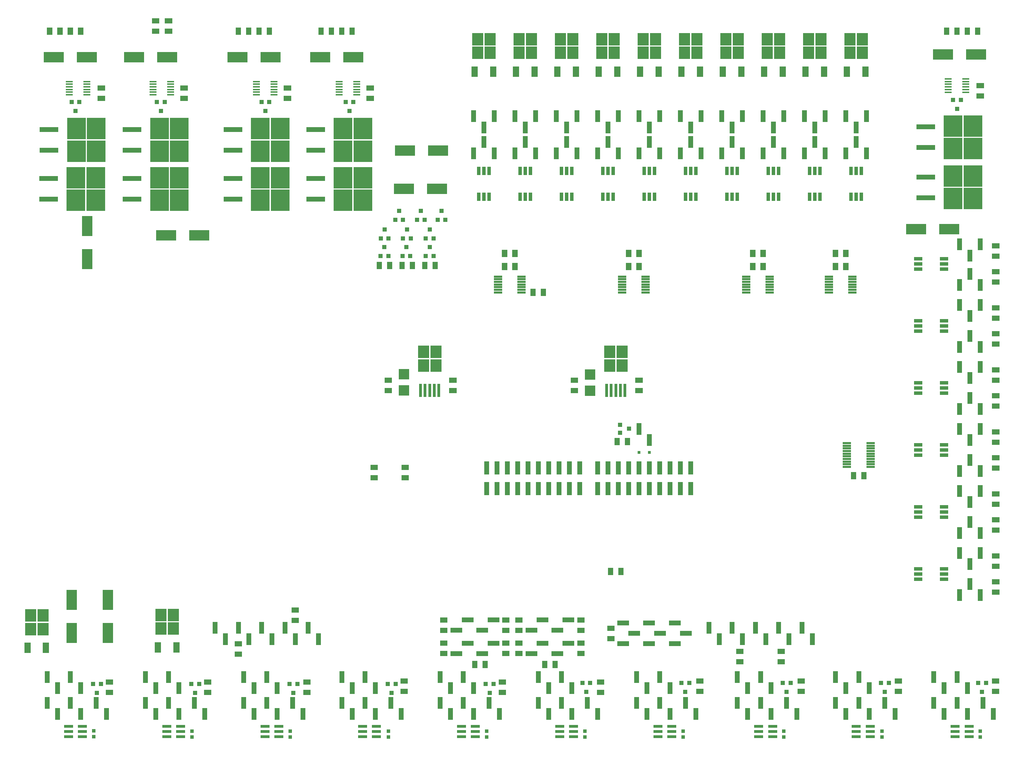
<source format=gtp>
G04 #@! TF.GenerationSoftware,KiCad,Pcbnew,(5.1.6)-1*
G04 #@! TF.CreationDate,2023-01-22T17:07:03+01:00*
G04 #@! TF.ProjectId,central-control-unit,63656e74-7261-46c2-9d63-6f6e74726f6c,rev?*
G04 #@! TF.SameCoordinates,Original*
G04 #@! TF.FileFunction,Paste,Top*
G04 #@! TF.FilePolarity,Positive*
%FSLAX46Y46*%
G04 Gerber Fmt 4.6, Leading zero omitted, Abs format (unit mm)*
G04 Created by KiCad (PCBNEW (5.1.6)-1) date 2023-01-22 17:07:03*
%MOMM*%
%LPD*%
G01*
G04 APERTURE LIST*
%ADD10R,1.000000X1.000000*%
%ADD11C,0.100000*%
%ADD12R,2.500000X5.000000*%
%ADD13R,3.000000X1.250000*%
%ADD14R,1.250000X3.000000*%
%ADD15R,1.500000X2.500000*%
%ADD16R,2.750000X3.050000*%
%ADD17R,1.300000X3.300000*%
%ADD18R,1.300000X3.250000*%
%ADD19R,2.000000X0.500000*%
%ADD20R,0.750000X3.200000*%
%ADD21R,5.000000X2.500000*%
%ADD22R,1.700000X0.450000*%
%ADD23R,0.900000X0.900000*%
%ADD24R,2.000000X0.900000*%
%ADD25R,0.900000X2.000000*%
%ADD26R,4.550000X5.250000*%
%ADD27R,4.600000X1.250000*%
%ADD28R,2.200000X0.800000*%
%ADD29R,0.800000X0.800000*%
%ADD30R,2.500000X2.500000*%
G04 APERTURE END LIST*
D10*
X121033500Y-81620000D03*
X121983500Y-83820000D03*
X120083500Y-83820000D03*
X115953500Y-81620000D03*
X116903500Y-83820000D03*
X115003500Y-83820000D03*
X110619500Y-81620000D03*
X111569500Y-83820000D03*
X109669500Y-83820000D03*
D11*
G36*
X112723500Y-197754000D02*
G01*
X110923500Y-197754000D01*
X110923500Y-196454000D01*
X112723500Y-196454000D01*
X112723500Y-197754000D01*
G37*
G36*
X112723500Y-200294000D02*
G01*
X110923500Y-200294000D01*
X110923500Y-198994000D01*
X112723500Y-198994000D01*
X112723500Y-200294000D01*
G37*
G36*
X40333500Y-198008000D02*
G01*
X38533500Y-198008000D01*
X38533500Y-196708000D01*
X40333500Y-196708000D01*
X40333500Y-198008000D01*
G37*
G36*
X40333500Y-200548000D02*
G01*
X38533500Y-200548000D01*
X38533500Y-199248000D01*
X40333500Y-199248000D01*
X40333500Y-200548000D01*
G37*
G36*
X64463500Y-198008000D02*
G01*
X62663500Y-198008000D01*
X62663500Y-196708000D01*
X64463500Y-196708000D01*
X64463500Y-198008000D01*
G37*
G36*
X64463500Y-200548000D02*
G01*
X62663500Y-200548000D01*
X62663500Y-199248000D01*
X64463500Y-199248000D01*
X64463500Y-200548000D01*
G37*
G36*
X88847500Y-198008000D02*
G01*
X87047500Y-198008000D01*
X87047500Y-196708000D01*
X88847500Y-196708000D01*
X88847500Y-198008000D01*
G37*
G36*
X88847500Y-200548000D02*
G01*
X87047500Y-200548000D01*
X87047500Y-199248000D01*
X88847500Y-199248000D01*
X88847500Y-200548000D01*
G37*
G36*
X136853500Y-198008000D02*
G01*
X135053500Y-198008000D01*
X135053500Y-196708000D01*
X136853500Y-196708000D01*
X136853500Y-198008000D01*
G37*
G36*
X136853500Y-200548000D02*
G01*
X135053500Y-200548000D01*
X135053500Y-199248000D01*
X136853500Y-199248000D01*
X136853500Y-200548000D01*
G37*
G36*
X160983500Y-198008000D02*
G01*
X159183500Y-198008000D01*
X159183500Y-196708000D01*
X160983500Y-196708000D01*
X160983500Y-198008000D01*
G37*
G36*
X160983500Y-200548000D02*
G01*
X159183500Y-200548000D01*
X159183500Y-199248000D01*
X160983500Y-199248000D01*
X160983500Y-200548000D01*
G37*
G36*
X185367500Y-197754000D02*
G01*
X183567500Y-197754000D01*
X183567500Y-196454000D01*
X185367500Y-196454000D01*
X185367500Y-197754000D01*
G37*
G36*
X185367500Y-200294000D02*
G01*
X183567500Y-200294000D01*
X183567500Y-198994000D01*
X185367500Y-198994000D01*
X185367500Y-200294000D01*
G37*
G36*
X210259500Y-197754000D02*
G01*
X208459500Y-197754000D01*
X208459500Y-196454000D01*
X210259500Y-196454000D01*
X210259500Y-197754000D01*
G37*
G36*
X210259500Y-200294000D02*
G01*
X208459500Y-200294000D01*
X208459500Y-198994000D01*
X210259500Y-198994000D01*
X210259500Y-200294000D01*
G37*
G36*
X234135500Y-197754000D02*
G01*
X232335500Y-197754000D01*
X232335500Y-196454000D01*
X234135500Y-196454000D01*
X234135500Y-197754000D01*
G37*
G36*
X234135500Y-200294000D02*
G01*
X232335500Y-200294000D01*
X232335500Y-198994000D01*
X234135500Y-198994000D01*
X234135500Y-200294000D01*
G37*
G36*
X258011500Y-197754000D02*
G01*
X256211500Y-197754000D01*
X256211500Y-196454000D01*
X258011500Y-196454000D01*
X258011500Y-197754000D01*
G37*
G36*
X258011500Y-200294000D02*
G01*
X256211500Y-200294000D01*
X256211500Y-198994000D01*
X258011500Y-198994000D01*
X258011500Y-200294000D01*
G37*
D10*
X108775500Y-200082000D03*
X107825500Y-197882000D03*
X109725500Y-197882000D03*
X36385500Y-200082000D03*
X35435500Y-197882000D03*
X37335500Y-197882000D03*
X84645500Y-200082000D03*
X83695500Y-197882000D03*
X85595500Y-197882000D03*
X60515500Y-200082000D03*
X59565500Y-197882000D03*
X61465500Y-197882000D03*
X167125500Y-135128000D03*
X164925500Y-136078000D03*
X164925500Y-134178000D03*
X132839500Y-200066000D03*
X131889500Y-197866000D03*
X133789500Y-197866000D03*
X156593500Y-199812000D03*
X155643500Y-197612000D03*
X157543500Y-197612000D03*
X180911500Y-199828000D03*
X179961500Y-197628000D03*
X181861500Y-197628000D03*
X205803500Y-199828000D03*
X204853500Y-197628000D03*
X206753500Y-197628000D03*
X229933500Y-199828000D03*
X228983500Y-197628000D03*
X230883500Y-197628000D03*
X253809500Y-199828000D03*
X252859500Y-197628000D03*
X254759500Y-197628000D03*
D12*
X30162500Y-185293000D03*
X30162500Y-177165000D03*
X39052500Y-185293000D03*
X39052500Y-177165000D03*
D11*
G36*
X71770000Y-36565000D02*
G01*
X71770000Y-38365000D01*
X70470000Y-38365000D01*
X70470000Y-36565000D01*
X71770000Y-36565000D01*
G37*
G36*
X74310000Y-36565000D02*
G01*
X74310000Y-38365000D01*
X73010000Y-38365000D01*
X73010000Y-36565000D01*
X74310000Y-36565000D01*
G37*
G36*
X31735000Y-38365000D02*
G01*
X31735000Y-36565000D01*
X33035000Y-36565000D01*
X33035000Y-38365000D01*
X31735000Y-38365000D01*
G37*
G36*
X29195000Y-38365000D02*
G01*
X29195000Y-36565000D01*
X30495000Y-36565000D01*
X30495000Y-38365000D01*
X29195000Y-38365000D01*
G37*
G36*
X51700000Y-35575000D02*
G01*
X49900000Y-35575000D01*
X49900000Y-34275000D01*
X51700000Y-34275000D01*
X51700000Y-35575000D01*
G37*
G36*
X51700000Y-38115000D02*
G01*
X49900000Y-38115000D01*
X49900000Y-36815000D01*
X51700000Y-36815000D01*
X51700000Y-38115000D01*
G37*
G36*
X245760000Y-36565000D02*
G01*
X245760000Y-38365000D01*
X244460000Y-38365000D01*
X244460000Y-36565000D01*
X245760000Y-36565000D01*
G37*
G36*
X248300000Y-36565000D02*
G01*
X248300000Y-38365000D01*
X247000000Y-38365000D01*
X247000000Y-36565000D01*
X248300000Y-36565000D01*
G37*
G36*
X152770000Y-125080000D02*
G01*
X154570000Y-125080000D01*
X154570000Y-126380000D01*
X152770000Y-126380000D01*
X152770000Y-125080000D01*
G37*
G36*
X152770000Y-122540000D02*
G01*
X154570000Y-122540000D01*
X154570000Y-123840000D01*
X152770000Y-123840000D01*
X152770000Y-122540000D01*
G37*
G36*
X107050000Y-125080000D02*
G01*
X108850000Y-125080000D01*
X108850000Y-126380000D01*
X107050000Y-126380000D01*
X107050000Y-125080000D01*
G37*
G36*
X107050000Y-122540000D02*
G01*
X108850000Y-122540000D01*
X108850000Y-123840000D01*
X107050000Y-123840000D01*
X107050000Y-122540000D01*
G37*
G36*
X170445000Y-123840000D02*
G01*
X168645000Y-123840000D01*
X168645000Y-122540000D01*
X170445000Y-122540000D01*
X170445000Y-123840000D01*
G37*
G36*
X170445000Y-126380000D02*
G01*
X168645000Y-126380000D01*
X168645000Y-125080000D01*
X170445000Y-125080000D01*
X170445000Y-126380000D01*
G37*
G36*
X124725000Y-123840000D02*
G01*
X122925000Y-123840000D01*
X122925000Y-122540000D01*
X124725000Y-122540000D01*
X124725000Y-123840000D01*
G37*
G36*
X124725000Y-126380000D02*
G01*
X122925000Y-126380000D01*
X122925000Y-125080000D01*
X124725000Y-125080000D01*
X124725000Y-126380000D01*
G37*
G36*
X92090000Y-36565000D02*
G01*
X92090000Y-38365000D01*
X90790000Y-38365000D01*
X90790000Y-36565000D01*
X92090000Y-36565000D01*
G37*
G36*
X94630000Y-36565000D02*
G01*
X94630000Y-38365000D01*
X93330000Y-38365000D01*
X93330000Y-36565000D01*
X94630000Y-36565000D01*
G37*
G36*
X138415000Y-96150000D02*
G01*
X138415000Y-94350000D01*
X139715000Y-94350000D01*
X139715000Y-96150000D01*
X138415000Y-96150000D01*
G37*
G36*
X135875000Y-96150000D02*
G01*
X135875000Y-94350000D01*
X137175000Y-94350000D01*
X137175000Y-96150000D01*
X135875000Y-96150000D01*
G37*
G36*
X199375000Y-96150000D02*
G01*
X199375000Y-94350000D01*
X200675000Y-94350000D01*
X200675000Y-96150000D01*
X199375000Y-96150000D01*
G37*
G36*
X196835000Y-96150000D02*
G01*
X196835000Y-94350000D01*
X198135000Y-94350000D01*
X198135000Y-96150000D01*
X196835000Y-96150000D01*
G37*
G36*
X219695000Y-96150000D02*
G01*
X219695000Y-94350000D01*
X220995000Y-94350000D01*
X220995000Y-96150000D01*
X219695000Y-96150000D01*
G37*
G36*
X217155000Y-96150000D02*
G01*
X217155000Y-94350000D01*
X218455000Y-94350000D01*
X218455000Y-96150000D01*
X217155000Y-96150000D01*
G37*
G36*
X137175000Y-91175000D02*
G01*
X137175000Y-92975000D01*
X135875000Y-92975000D01*
X135875000Y-91175000D01*
X137175000Y-91175000D01*
G37*
G36*
X139715000Y-91175000D02*
G01*
X139715000Y-92975000D01*
X138415000Y-92975000D01*
X138415000Y-91175000D01*
X139715000Y-91175000D01*
G37*
G36*
X198135000Y-91175000D02*
G01*
X198135000Y-92975000D01*
X196835000Y-92975000D01*
X196835000Y-91175000D01*
X198135000Y-91175000D01*
G37*
G36*
X200675000Y-91175000D02*
G01*
X200675000Y-92975000D01*
X199375000Y-92975000D01*
X199375000Y-91175000D01*
X200675000Y-91175000D01*
G37*
G36*
X218455000Y-91175000D02*
G01*
X218455000Y-92975000D01*
X217155000Y-92975000D01*
X217155000Y-91175000D01*
X218455000Y-91175000D01*
G37*
G36*
X220995000Y-91175000D02*
G01*
X220995000Y-92975000D01*
X219695000Y-92975000D01*
X219695000Y-91175000D01*
X220995000Y-91175000D01*
G37*
G36*
X168895000Y-96150000D02*
G01*
X168895000Y-94350000D01*
X170195000Y-94350000D01*
X170195000Y-96150000D01*
X168895000Y-96150000D01*
G37*
G36*
X166355000Y-96150000D02*
G01*
X166355000Y-94350000D01*
X167655000Y-94350000D01*
X167655000Y-96150000D01*
X166355000Y-96150000D01*
G37*
G36*
X167655000Y-91175000D02*
G01*
X167655000Y-92975000D01*
X166355000Y-92975000D01*
X166355000Y-91175000D01*
X167655000Y-91175000D01*
G37*
G36*
X170195000Y-91175000D02*
G01*
X170195000Y-92975000D01*
X168895000Y-92975000D01*
X168895000Y-91175000D01*
X170195000Y-91175000D01*
G37*
G36*
X193410000Y-191755000D02*
G01*
X195210000Y-191755000D01*
X195210000Y-193055000D01*
X193410000Y-193055000D01*
X193410000Y-191755000D01*
G37*
G36*
X193410000Y-189215000D02*
G01*
X195210000Y-189215000D01*
X195210000Y-190515000D01*
X193410000Y-190515000D01*
X193410000Y-189215000D01*
G37*
G36*
X72020000Y-188610000D02*
G01*
X70220000Y-188610000D01*
X70220000Y-187310000D01*
X72020000Y-187310000D01*
X72020000Y-188610000D01*
G37*
G36*
X72020000Y-191150000D02*
G01*
X70220000Y-191150000D01*
X70220000Y-189850000D01*
X72020000Y-189850000D01*
X72020000Y-191150000D01*
G37*
G36*
X120702500Y-189723000D02*
G01*
X122502500Y-189723000D01*
X122502500Y-191023000D01*
X120702500Y-191023000D01*
X120702500Y-189723000D01*
G37*
G36*
X120702500Y-187183000D02*
G01*
X122502500Y-187183000D01*
X122502500Y-188483000D01*
X120702500Y-188483000D01*
X120702500Y-187183000D01*
G37*
G36*
X120702500Y-184008000D02*
G01*
X122502500Y-184008000D01*
X122502500Y-185308000D01*
X120702500Y-185308000D01*
X120702500Y-184008000D01*
G37*
G36*
X120702500Y-181468000D02*
G01*
X122502500Y-181468000D01*
X122502500Y-182768000D01*
X120702500Y-182768000D01*
X120702500Y-181468000D01*
G37*
G36*
X129872500Y-192140000D02*
G01*
X129872500Y-193940000D01*
X128572500Y-193940000D01*
X128572500Y-192140000D01*
X129872500Y-192140000D01*
G37*
G36*
X132412500Y-192140000D02*
G01*
X132412500Y-193940000D01*
X131112500Y-193940000D01*
X131112500Y-192140000D01*
X132412500Y-192140000D01*
G37*
G36*
X137742500Y-182768000D02*
G01*
X135942500Y-182768000D01*
X135942500Y-181468000D01*
X137742500Y-181468000D01*
X137742500Y-182768000D01*
G37*
G36*
X137742500Y-185308000D02*
G01*
X135942500Y-185308000D01*
X135942500Y-184008000D01*
X137742500Y-184008000D01*
X137742500Y-185308000D01*
G37*
G36*
X137742500Y-188483000D02*
G01*
X135942500Y-188483000D01*
X135942500Y-187183000D01*
X137742500Y-187183000D01*
X137742500Y-188483000D01*
G37*
G36*
X137742500Y-191023000D02*
G01*
X135942500Y-191023000D01*
X135942500Y-189723000D01*
X137742500Y-189723000D01*
X137742500Y-191023000D01*
G37*
G36*
X139117500Y-189723000D02*
G01*
X140917500Y-189723000D01*
X140917500Y-191023000D01*
X139117500Y-191023000D01*
X139117500Y-189723000D01*
G37*
G36*
X139117500Y-187183000D02*
G01*
X140917500Y-187183000D01*
X140917500Y-188483000D01*
X139117500Y-188483000D01*
X139117500Y-187183000D01*
G37*
G36*
X139117500Y-184008000D02*
G01*
X140917500Y-184008000D01*
X140917500Y-185308000D01*
X139117500Y-185308000D01*
X139117500Y-184008000D01*
G37*
G36*
X139117500Y-181468000D02*
G01*
X140917500Y-181468000D01*
X140917500Y-182768000D01*
X139117500Y-182768000D01*
X139117500Y-181468000D01*
G37*
G36*
X147017500Y-192140000D02*
G01*
X147017500Y-193940000D01*
X145717500Y-193940000D01*
X145717500Y-192140000D01*
X147017500Y-192140000D01*
G37*
G36*
X149557500Y-192140000D02*
G01*
X149557500Y-193940000D01*
X148257500Y-193940000D01*
X148257500Y-192140000D01*
X149557500Y-192140000D01*
G37*
G36*
X156157500Y-182768000D02*
G01*
X154357500Y-182768000D01*
X154357500Y-181468000D01*
X156157500Y-181468000D01*
X156157500Y-182768000D01*
G37*
G36*
X156157500Y-185308000D02*
G01*
X154357500Y-185308000D01*
X154357500Y-184008000D01*
X156157500Y-184008000D01*
X156157500Y-185308000D01*
G37*
G36*
X156157500Y-188483000D02*
G01*
X154357500Y-188483000D01*
X154357500Y-187183000D01*
X156157500Y-187183000D01*
X156157500Y-188483000D01*
G37*
G36*
X156157500Y-191023000D02*
G01*
X154357500Y-191023000D01*
X154357500Y-189723000D01*
X156157500Y-189723000D01*
X156157500Y-191023000D01*
G37*
D13*
X127422500Y-182118000D03*
X124672500Y-184658000D03*
X124672500Y-190373000D03*
X127422500Y-187833000D03*
X133772500Y-187833000D03*
X131022500Y-190373000D03*
X133772500Y-182118000D03*
X131022500Y-184658000D03*
X145837500Y-182118000D03*
X143087500Y-184658000D03*
X143087500Y-190373000D03*
X145837500Y-187833000D03*
X152187500Y-187833000D03*
X149437500Y-190373000D03*
X152187500Y-182118000D03*
X149437500Y-184658000D03*
D14*
X168910000Y-202460000D03*
X171450000Y-205210000D03*
D15*
X51377500Y-188858000D03*
X55937500Y-188858000D03*
D16*
X55182500Y-180883000D03*
X52132500Y-184233000D03*
X52132500Y-180883000D03*
X55182500Y-184233000D03*
D15*
X19310000Y-188985000D03*
X23870000Y-188985000D03*
D16*
X23115000Y-181010000D03*
X20065000Y-184360000D03*
X20065000Y-181010000D03*
X23115000Y-184360000D03*
D17*
X159385000Y-149845000D03*
X159385000Y-144795000D03*
X169545000Y-149845000D03*
X182245000Y-144795000D03*
X172085000Y-144795000D03*
X174625000Y-149845000D03*
X164465000Y-144795000D03*
X179705000Y-149845000D03*
X169545000Y-144795000D03*
X182245000Y-149845000D03*
X161925000Y-149845000D03*
D18*
X161925000Y-144795000D03*
D17*
X167005000Y-144795000D03*
X177165000Y-149845000D03*
X172085000Y-149845000D03*
X167005000Y-149845000D03*
X177165000Y-144795000D03*
X174625000Y-144795000D03*
X179705000Y-144795000D03*
X164465000Y-149845000D03*
X132080000Y-149845000D03*
X132080000Y-144795000D03*
X142240000Y-149845000D03*
X154940000Y-144795000D03*
X144780000Y-144795000D03*
X147320000Y-149845000D03*
X137160000Y-144795000D03*
X152400000Y-149845000D03*
X142240000Y-144795000D03*
X154940000Y-149845000D03*
X134620000Y-149845000D03*
D18*
X134620000Y-144795000D03*
D17*
X139700000Y-144795000D03*
X149860000Y-149845000D03*
X144780000Y-149845000D03*
X139700000Y-149845000D03*
X149860000Y-144795000D03*
X147320000Y-144795000D03*
X152400000Y-144795000D03*
X137160000Y-149845000D03*
D19*
X226422500Y-139300000D03*
X220617500Y-142550000D03*
X220617500Y-140600000D03*
X226422500Y-140600000D03*
X226422500Y-141250000D03*
X226422500Y-139950000D03*
X220617500Y-144500000D03*
X220617500Y-141900000D03*
X226422500Y-138650000D03*
X226422500Y-144500000D03*
X226422500Y-143200000D03*
X220617500Y-139950000D03*
X220617500Y-139300000D03*
X220617500Y-141250000D03*
X226422500Y-142550000D03*
X220617500Y-143850000D03*
X226422500Y-143850000D03*
X226422500Y-141900000D03*
X220617500Y-138650000D03*
X220617500Y-143200000D03*
D20*
X163833000Y-125730000D03*
X164976000Y-125730000D03*
X162690000Y-125730000D03*
D16*
X162305000Y-119590000D03*
X162305000Y-116240000D03*
D20*
X166110000Y-125730000D03*
X161544000Y-125730000D03*
D16*
X165355000Y-119590000D03*
X165355000Y-116240000D03*
D20*
X118113000Y-125730000D03*
X119256000Y-125730000D03*
X116970000Y-125730000D03*
D16*
X116585000Y-119590000D03*
X116585000Y-116240000D03*
D20*
X120390000Y-125730000D03*
X115824000Y-125730000D03*
D16*
X119635000Y-119590000D03*
X119635000Y-116240000D03*
D12*
X33972500Y-93472000D03*
X33972500Y-85344000D03*
D21*
X33909000Y-43815000D03*
X25781000Y-43815000D03*
D22*
X54465000Y-52410000D03*
X54465000Y-51760000D03*
X54465000Y-53060000D03*
X54465000Y-51110000D03*
X54465000Y-49810000D03*
X50165000Y-50460000D03*
X50165000Y-51110000D03*
X50165000Y-51760000D03*
X54465000Y-50460000D03*
X50165000Y-49810000D03*
X50165000Y-53060000D03*
X50165000Y-52410000D03*
D21*
X61531500Y-87630000D03*
X53403500Y-87630000D03*
X53594000Y-43815000D03*
X45466000Y-43815000D03*
D22*
X100185000Y-52410000D03*
X100185000Y-51760000D03*
X100185000Y-53060000D03*
X100185000Y-51110000D03*
X100185000Y-49810000D03*
X95885000Y-50460000D03*
X95885000Y-51110000D03*
X95885000Y-51760000D03*
X100185000Y-50460000D03*
X95885000Y-49810000D03*
X95885000Y-53060000D03*
X95885000Y-52410000D03*
D21*
X120205500Y-66802000D03*
X112077500Y-66802000D03*
X99314000Y-43815000D03*
X91186000Y-43815000D03*
D22*
X79865000Y-52410000D03*
X79865000Y-51760000D03*
X79865000Y-53060000D03*
X79865000Y-51110000D03*
X79865000Y-49810000D03*
X75565000Y-50460000D03*
X75565000Y-51110000D03*
X75565000Y-51760000D03*
X79865000Y-50460000D03*
X75565000Y-49810000D03*
X75565000Y-53060000D03*
X75565000Y-52410000D03*
D21*
X119951500Y-76200000D03*
X111823500Y-76200000D03*
X78994000Y-43815000D03*
X70866000Y-43815000D03*
X245745000Y-86106000D03*
X237617000Y-86106000D03*
X252349000Y-43180000D03*
X244221000Y-43180000D03*
D22*
X249800000Y-51775000D03*
X249800000Y-51125000D03*
X249800000Y-52425000D03*
X249800000Y-50475000D03*
X249800000Y-49175000D03*
X245500000Y-49825000D03*
X245500000Y-50475000D03*
X245500000Y-51125000D03*
X249800000Y-49825000D03*
X245500000Y-49175000D03*
X245500000Y-52425000D03*
X245500000Y-51775000D03*
D11*
G36*
X256275000Y-168260000D02*
G01*
X258075000Y-168260000D01*
X258075000Y-169560000D01*
X256275000Y-169560000D01*
X256275000Y-168260000D01*
G37*
G36*
X256275000Y-165720000D02*
G01*
X258075000Y-165720000D01*
X258075000Y-167020000D01*
X256275000Y-167020000D01*
X256275000Y-165720000D01*
G37*
D23*
X253365000Y-209460000D03*
X253365000Y-210910000D03*
D14*
X217805000Y-196110000D03*
X220345000Y-198860000D03*
D23*
X180340000Y-209460000D03*
X180340000Y-210910000D03*
D14*
X174625000Y-202460000D03*
X177165000Y-205210000D03*
D11*
G36*
X164797500Y-137403000D02*
G01*
X164797500Y-139203000D01*
X163497500Y-139203000D01*
X163497500Y-137403000D01*
X164797500Y-137403000D01*
G37*
G36*
X167337500Y-137403000D02*
G01*
X167337500Y-139203000D01*
X166037500Y-139203000D01*
X166037500Y-137403000D01*
X167337500Y-137403000D01*
G37*
D23*
X107950000Y-209460000D03*
X107950000Y-210910000D03*
D14*
X96520000Y-202460000D03*
X99060000Y-205210000D03*
X102235000Y-202460000D03*
X104775000Y-205210000D03*
X253365000Y-165630000D03*
X248285000Y-165630000D03*
X250825000Y-168380000D03*
X24130000Y-202460000D03*
X26670000Y-205210000D03*
X29845000Y-202460000D03*
X32385000Y-205210000D03*
X67945000Y-186795000D03*
X65405000Y-184045000D03*
D24*
X244450000Y-154305000D03*
X238150000Y-155575000D03*
X244450000Y-156845000D03*
X244450000Y-155575000D03*
X238150000Y-156845000D03*
X238150000Y-154305000D03*
X244450000Y-93345000D03*
X238150000Y-94615000D03*
X244450000Y-95885000D03*
X244450000Y-94615000D03*
X238150000Y-95885000D03*
X238150000Y-93345000D03*
X244450000Y-169545000D03*
X238150000Y-170815000D03*
X244450000Y-172085000D03*
X244450000Y-170815000D03*
X238150000Y-172085000D03*
X238150000Y-169545000D03*
X244450000Y-139065000D03*
X238150000Y-140335000D03*
X244450000Y-141605000D03*
X244450000Y-140335000D03*
X238150000Y-141605000D03*
X238150000Y-139065000D03*
X244450000Y-123825000D03*
X238150000Y-125095000D03*
X244450000Y-126365000D03*
X244450000Y-125095000D03*
X238150000Y-126365000D03*
X238150000Y-123825000D03*
X244450000Y-108585000D03*
X238150000Y-109855000D03*
X244450000Y-111125000D03*
X244450000Y-109855000D03*
X238150000Y-111125000D03*
X238150000Y-108585000D03*
D25*
X193675000Y-78080000D03*
X192405000Y-71780000D03*
X191135000Y-78080000D03*
X192405000Y-78080000D03*
X191135000Y-71780000D03*
X193675000Y-71780000D03*
X224155000Y-78080000D03*
X222885000Y-71780000D03*
X221615000Y-78080000D03*
X222885000Y-78080000D03*
X221615000Y-71780000D03*
X224155000Y-71780000D03*
X203835000Y-78080000D03*
X202565000Y-71780000D03*
X201295000Y-78080000D03*
X202565000Y-78080000D03*
X201295000Y-71780000D03*
X203835000Y-71780000D03*
X213995000Y-78080000D03*
X212725000Y-71780000D03*
X211455000Y-78080000D03*
X212725000Y-78080000D03*
X211455000Y-71780000D03*
X213995000Y-71780000D03*
X163195000Y-78080000D03*
X161925000Y-71780000D03*
X160655000Y-78080000D03*
X161925000Y-78080000D03*
X160655000Y-71780000D03*
X163195000Y-71780000D03*
X173355000Y-78080000D03*
X172085000Y-71780000D03*
X170815000Y-78080000D03*
X172085000Y-78080000D03*
X170815000Y-71780000D03*
X173355000Y-71780000D03*
X153035000Y-78080000D03*
X151765000Y-71780000D03*
X150495000Y-78080000D03*
X151765000Y-78080000D03*
X150495000Y-71780000D03*
X153035000Y-71780000D03*
X183515000Y-78080000D03*
X182245000Y-71780000D03*
X180975000Y-78080000D03*
X182245000Y-78080000D03*
X180975000Y-71780000D03*
X183515000Y-71780000D03*
X142875000Y-78080000D03*
X141605000Y-71780000D03*
X140335000Y-78080000D03*
X141605000Y-78080000D03*
X140335000Y-71780000D03*
X142875000Y-71780000D03*
X132715000Y-78080000D03*
X131445000Y-71780000D03*
X130175000Y-78080000D03*
X131445000Y-78080000D03*
X130175000Y-71780000D03*
X132715000Y-71780000D03*
D19*
X165412500Y-100345000D03*
D11*
G36*
X164412500Y-101895000D02*
G01*
X164412500Y-101395000D01*
X166412500Y-101395000D01*
X166412500Y-101895000D01*
X164412500Y-101895000D01*
G37*
D19*
X171137500Y-99695000D03*
X165412500Y-100995000D03*
X165412500Y-99045000D03*
X171137500Y-99045000D03*
X171137500Y-100995000D03*
X165412500Y-97745000D03*
X165412500Y-98395000D03*
X165412500Y-99695000D03*
X171137500Y-100345000D03*
X171137500Y-98395000D03*
X171137500Y-101645000D03*
X171137500Y-97745000D03*
X195892500Y-100345000D03*
D11*
G36*
X194892500Y-101895000D02*
G01*
X194892500Y-101395000D01*
X196892500Y-101395000D01*
X196892500Y-101895000D01*
X194892500Y-101895000D01*
G37*
D19*
X201617500Y-99695000D03*
X195892500Y-100995000D03*
X195892500Y-99045000D03*
X201617500Y-99045000D03*
X201617500Y-100995000D03*
X195892500Y-97745000D03*
X195892500Y-98395000D03*
X195892500Y-99695000D03*
X201617500Y-100345000D03*
X201617500Y-98395000D03*
X201617500Y-101645000D03*
X201617500Y-97745000D03*
X216212500Y-100345000D03*
D11*
G36*
X215212500Y-101895000D02*
G01*
X215212500Y-101395000D01*
X217212500Y-101395000D01*
X217212500Y-101895000D01*
X215212500Y-101895000D01*
G37*
D19*
X221937500Y-99695000D03*
X216212500Y-100995000D03*
X216212500Y-99045000D03*
X221937500Y-99045000D03*
X221937500Y-100995000D03*
X216212500Y-97745000D03*
X216212500Y-98395000D03*
X216212500Y-99695000D03*
X221937500Y-100345000D03*
X221937500Y-98395000D03*
X221937500Y-101645000D03*
X221937500Y-97745000D03*
X134932500Y-100345000D03*
D11*
G36*
X133932500Y-101895000D02*
G01*
X133932500Y-101395000D01*
X135932500Y-101395000D01*
X135932500Y-101895000D01*
X133932500Y-101895000D01*
G37*
D19*
X140657500Y-99695000D03*
X134932500Y-100995000D03*
X134932500Y-99045000D03*
X140657500Y-99045000D03*
X140657500Y-100995000D03*
X134932500Y-97745000D03*
X134932500Y-98395000D03*
X134932500Y-99695000D03*
X140657500Y-100345000D03*
X140657500Y-98395000D03*
X140657500Y-101645000D03*
X140657500Y-97745000D03*
D22*
X33900000Y-52410000D03*
X33900000Y-51760000D03*
X33900000Y-53060000D03*
X33900000Y-51110000D03*
X33900000Y-49810000D03*
X29600000Y-50460000D03*
X29600000Y-51110000D03*
X29600000Y-51760000D03*
X33900000Y-50460000D03*
X29600000Y-49810000D03*
X29600000Y-53060000D03*
X29600000Y-52410000D03*
D11*
G36*
X105357500Y-145303000D02*
G01*
X103557500Y-145303000D01*
X103557500Y-144003000D01*
X105357500Y-144003000D01*
X105357500Y-145303000D01*
G37*
G36*
X105357500Y-147843000D02*
G01*
X103557500Y-147843000D01*
X103557500Y-146543000D01*
X105357500Y-146543000D01*
X105357500Y-147843000D01*
G37*
G36*
X112977500Y-145303000D02*
G01*
X111177500Y-145303000D01*
X111177500Y-144003000D01*
X112977500Y-144003000D01*
X112977500Y-145303000D01*
G37*
G36*
X112977500Y-147843000D02*
G01*
X111177500Y-147843000D01*
X111177500Y-146543000D01*
X112977500Y-146543000D01*
X112977500Y-147843000D01*
G37*
G36*
X256275000Y-153020000D02*
G01*
X258075000Y-153020000D01*
X258075000Y-154320000D01*
X256275000Y-154320000D01*
X256275000Y-153020000D01*
G37*
G36*
X256275000Y-150480000D02*
G01*
X258075000Y-150480000D01*
X258075000Y-151780000D01*
X256275000Y-151780000D01*
X256275000Y-150480000D01*
G37*
G36*
X256275000Y-92060000D02*
G01*
X258075000Y-92060000D01*
X258075000Y-93360000D01*
X256275000Y-93360000D01*
X256275000Y-92060000D01*
G37*
G36*
X256275000Y-89520000D02*
G01*
X258075000Y-89520000D01*
X258075000Y-90820000D01*
X256275000Y-90820000D01*
X256275000Y-89520000D01*
G37*
G36*
X256275000Y-137780000D02*
G01*
X258075000Y-137780000D01*
X258075000Y-139080000D01*
X256275000Y-139080000D01*
X256275000Y-137780000D01*
G37*
G36*
X256275000Y-135240000D02*
G01*
X258075000Y-135240000D01*
X258075000Y-136540000D01*
X256275000Y-136540000D01*
X256275000Y-135240000D01*
G37*
G36*
X256275000Y-122540000D02*
G01*
X258075000Y-122540000D01*
X258075000Y-123840000D01*
X256275000Y-123840000D01*
X256275000Y-122540000D01*
G37*
G36*
X256275000Y-120000000D02*
G01*
X258075000Y-120000000D01*
X258075000Y-121300000D01*
X256275000Y-121300000D01*
X256275000Y-120000000D01*
G37*
G36*
X256275000Y-159370000D02*
G01*
X258075000Y-159370000D01*
X258075000Y-160670000D01*
X256275000Y-160670000D01*
X256275000Y-159370000D01*
G37*
G36*
X256275000Y-156830000D02*
G01*
X258075000Y-156830000D01*
X258075000Y-158130000D01*
X256275000Y-158130000D01*
X256275000Y-156830000D01*
G37*
G36*
X256275000Y-98410000D02*
G01*
X258075000Y-98410000D01*
X258075000Y-99710000D01*
X256275000Y-99710000D01*
X256275000Y-98410000D01*
G37*
G36*
X256275000Y-95870000D02*
G01*
X258075000Y-95870000D01*
X258075000Y-97170000D01*
X256275000Y-97170000D01*
X256275000Y-95870000D01*
G37*
G36*
X256275000Y-107300000D02*
G01*
X258075000Y-107300000D01*
X258075000Y-108600000D01*
X256275000Y-108600000D01*
X256275000Y-107300000D01*
G37*
G36*
X256275000Y-104760000D02*
G01*
X258075000Y-104760000D01*
X258075000Y-106060000D01*
X256275000Y-106060000D01*
X256275000Y-104760000D01*
G37*
G36*
X256275000Y-174610000D02*
G01*
X258075000Y-174610000D01*
X258075000Y-175910000D01*
X256275000Y-175910000D01*
X256275000Y-174610000D01*
G37*
G36*
X256275000Y-172070000D02*
G01*
X258075000Y-172070000D01*
X258075000Y-173370000D01*
X256275000Y-173370000D01*
X256275000Y-172070000D01*
G37*
G36*
X256275000Y-144130000D02*
G01*
X258075000Y-144130000D01*
X258075000Y-145430000D01*
X256275000Y-145430000D01*
X256275000Y-144130000D01*
G37*
G36*
X256275000Y-141590000D02*
G01*
X258075000Y-141590000D01*
X258075000Y-142890000D01*
X256275000Y-142890000D01*
X256275000Y-141590000D01*
G37*
G36*
X256275000Y-128890000D02*
G01*
X258075000Y-128890000D01*
X258075000Y-130190000D01*
X256275000Y-130190000D01*
X256275000Y-128890000D01*
G37*
G36*
X256275000Y-126350000D02*
G01*
X258075000Y-126350000D01*
X258075000Y-127650000D01*
X256275000Y-127650000D01*
X256275000Y-126350000D01*
G37*
G36*
X256275000Y-113650000D02*
G01*
X258075000Y-113650000D01*
X258075000Y-114950000D01*
X256275000Y-114950000D01*
X256275000Y-113650000D01*
G37*
G36*
X256275000Y-111110000D02*
G01*
X258075000Y-111110000D01*
X258075000Y-112410000D01*
X256275000Y-112410000D01*
X256275000Y-111110000D01*
G37*
G36*
X222900000Y-145785000D02*
G01*
X222900000Y-147585000D01*
X221600000Y-147585000D01*
X221600000Y-145785000D01*
X222900000Y-145785000D01*
G37*
G36*
X225440000Y-145785000D02*
G01*
X225440000Y-147585000D01*
X224140000Y-147585000D01*
X224140000Y-145785000D01*
X225440000Y-145785000D01*
G37*
G36*
X84190000Y-181595000D02*
G01*
X85990000Y-181595000D01*
X85990000Y-182895000D01*
X84190000Y-182895000D01*
X84190000Y-181595000D01*
G37*
G36*
X84190000Y-179055000D02*
G01*
X85990000Y-179055000D01*
X85990000Y-180355000D01*
X84190000Y-180355000D01*
X84190000Y-179055000D01*
G37*
G36*
X205370000Y-190515000D02*
G01*
X203570000Y-190515000D01*
X203570000Y-189215000D01*
X205370000Y-189215000D01*
X205370000Y-190515000D01*
G37*
G36*
X205370000Y-193055000D02*
G01*
X203570000Y-193055000D01*
X203570000Y-191755000D01*
X205370000Y-191755000D01*
X205370000Y-193055000D01*
G37*
G36*
X107617500Y-95896000D02*
G01*
X107617500Y-94096000D01*
X108917500Y-94096000D01*
X108917500Y-95896000D01*
X107617500Y-95896000D01*
G37*
G36*
X105077500Y-95896000D02*
G01*
X105077500Y-94096000D01*
X106377500Y-94096000D01*
X106377500Y-95896000D01*
X105077500Y-95896000D01*
G37*
G36*
X113205500Y-95896000D02*
G01*
X113205500Y-94096000D01*
X114505500Y-94096000D01*
X114505500Y-95896000D01*
X113205500Y-95896000D01*
G37*
G36*
X110665500Y-95896000D02*
G01*
X110665500Y-94096000D01*
X111965500Y-94096000D01*
X111965500Y-95896000D01*
X110665500Y-95896000D01*
G37*
G36*
X118793500Y-95896000D02*
G01*
X118793500Y-94096000D01*
X120093500Y-94096000D01*
X120093500Y-95896000D01*
X118793500Y-95896000D01*
G37*
G36*
X116253500Y-95896000D02*
G01*
X116253500Y-94096000D01*
X117553500Y-94096000D01*
X117553500Y-95896000D01*
X116253500Y-95896000D01*
G37*
G36*
X145400000Y-102500000D02*
G01*
X145400000Y-100700000D01*
X146700000Y-100700000D01*
X146700000Y-102500000D01*
X145400000Y-102500000D01*
G37*
G36*
X142860000Y-102500000D02*
G01*
X142860000Y-100700000D01*
X144160000Y-100700000D01*
X144160000Y-102500000D01*
X142860000Y-102500000D01*
G37*
G36*
X161723500Y-186040000D02*
G01*
X163523500Y-186040000D01*
X163523500Y-187340000D01*
X161723500Y-187340000D01*
X161723500Y-186040000D01*
G37*
G36*
X161723500Y-183500000D02*
G01*
X163523500Y-183500000D01*
X163523500Y-184800000D01*
X161723500Y-184800000D01*
X161723500Y-183500000D01*
G37*
G36*
X164450000Y-171080000D02*
G01*
X164450000Y-169280000D01*
X165750000Y-169280000D01*
X165750000Y-171080000D01*
X164450000Y-171080000D01*
G37*
G36*
X161910000Y-171080000D02*
G01*
X161910000Y-169280000D01*
X163210000Y-169280000D01*
X163210000Y-171080000D01*
X161910000Y-171080000D01*
G37*
G36*
X104405000Y-52085000D02*
G01*
X102605000Y-52085000D01*
X102605000Y-50785000D01*
X104405000Y-50785000D01*
X104405000Y-52085000D01*
G37*
G36*
X104405000Y-54625000D02*
G01*
X102605000Y-54625000D01*
X102605000Y-53325000D01*
X104405000Y-53325000D01*
X104405000Y-54625000D01*
G37*
G36*
X97170000Y-36565000D02*
G01*
X97170000Y-38365000D01*
X95870000Y-38365000D01*
X95870000Y-36565000D01*
X97170000Y-36565000D01*
G37*
G36*
X99710000Y-36565000D02*
G01*
X99710000Y-38365000D01*
X98410000Y-38365000D01*
X98410000Y-36565000D01*
X99710000Y-36565000D01*
G37*
G36*
X254265000Y-51450000D02*
G01*
X252465000Y-51450000D01*
X252465000Y-50150000D01*
X254265000Y-50150000D01*
X254265000Y-51450000D01*
G37*
G36*
X254265000Y-53990000D02*
G01*
X252465000Y-53990000D01*
X252465000Y-52690000D01*
X254265000Y-52690000D01*
X254265000Y-53990000D01*
G37*
G36*
X58685000Y-52085000D02*
G01*
X56885000Y-52085000D01*
X56885000Y-50785000D01*
X58685000Y-50785000D01*
X58685000Y-52085000D01*
G37*
G36*
X58685000Y-54625000D02*
G01*
X56885000Y-54625000D01*
X56885000Y-53325000D01*
X58685000Y-53325000D01*
X58685000Y-54625000D01*
G37*
G36*
X38365000Y-52085000D02*
G01*
X36565000Y-52085000D01*
X36565000Y-50785000D01*
X38365000Y-50785000D01*
X38365000Y-52085000D01*
G37*
G36*
X38365000Y-54625000D02*
G01*
X36565000Y-54625000D01*
X36565000Y-53325000D01*
X38365000Y-53325000D01*
X38365000Y-54625000D01*
G37*
G36*
X84085000Y-52085000D02*
G01*
X82285000Y-52085000D01*
X82285000Y-50785000D01*
X84085000Y-50785000D01*
X84085000Y-52085000D01*
G37*
G36*
X84085000Y-54625000D02*
G01*
X82285000Y-54625000D01*
X82285000Y-53325000D01*
X84085000Y-53325000D01*
X84085000Y-54625000D01*
G37*
G36*
X250840000Y-36565000D02*
G01*
X250840000Y-38365000D01*
X249540000Y-38365000D01*
X249540000Y-36565000D01*
X250840000Y-36565000D01*
G37*
G36*
X253380000Y-36565000D02*
G01*
X253380000Y-38365000D01*
X252080000Y-38365000D01*
X252080000Y-36565000D01*
X253380000Y-36565000D01*
G37*
G36*
X54875000Y-35575000D02*
G01*
X53075000Y-35575000D01*
X53075000Y-34275000D01*
X54875000Y-34275000D01*
X54875000Y-35575000D01*
G37*
G36*
X54875000Y-38115000D02*
G01*
X53075000Y-38115000D01*
X53075000Y-36815000D01*
X54875000Y-36815000D01*
X54875000Y-38115000D01*
G37*
G36*
X26655000Y-38365000D02*
G01*
X26655000Y-36565000D01*
X27955000Y-36565000D01*
X27955000Y-38365000D01*
X26655000Y-38365000D01*
G37*
G36*
X24115000Y-38365000D02*
G01*
X24115000Y-36565000D01*
X25415000Y-36565000D01*
X25415000Y-38365000D01*
X24115000Y-38365000D01*
G37*
G36*
X76850000Y-36565000D02*
G01*
X76850000Y-38365000D01*
X75550000Y-38365000D01*
X75550000Y-36565000D01*
X76850000Y-36565000D01*
G37*
G36*
X79390000Y-36565000D02*
G01*
X79390000Y-38365000D01*
X78090000Y-38365000D01*
X78090000Y-36565000D01*
X79390000Y-36565000D01*
G37*
D15*
X190125000Y-47380000D03*
X194685000Y-47380000D03*
D16*
X193930000Y-39405000D03*
X190880000Y-42755000D03*
X190880000Y-39405000D03*
X193930000Y-42755000D03*
D15*
X220605000Y-47380000D03*
X225165000Y-47380000D03*
D16*
X224410000Y-39405000D03*
X221360000Y-42755000D03*
X221360000Y-39405000D03*
X224410000Y-42755000D03*
D15*
X200285000Y-47380000D03*
X204845000Y-47380000D03*
D16*
X204090000Y-39405000D03*
X201040000Y-42755000D03*
X201040000Y-39405000D03*
X204090000Y-42755000D03*
D15*
X210445000Y-47380000D03*
X215005000Y-47380000D03*
D16*
X214250000Y-39405000D03*
X211200000Y-42755000D03*
X211200000Y-39405000D03*
X214250000Y-42755000D03*
D10*
X107063500Y-86192000D03*
X108013500Y-88392000D03*
X106113500Y-88392000D03*
X112519500Y-86176000D03*
X113469500Y-88376000D03*
X111569500Y-88376000D03*
X118107500Y-86192000D03*
X119057500Y-88392000D03*
X117157500Y-88392000D03*
X106997500Y-90494000D03*
X107947500Y-92694000D03*
X106047500Y-92694000D03*
X112397500Y-90510000D03*
X113347500Y-92710000D03*
X111447500Y-92710000D03*
X118107500Y-90510000D03*
X119057500Y-92710000D03*
X117157500Y-92710000D03*
D15*
X159645000Y-47380000D03*
X164205000Y-47380000D03*
D16*
X163450000Y-39405000D03*
X160400000Y-42755000D03*
X160400000Y-39405000D03*
X163450000Y-42755000D03*
D15*
X169805000Y-47380000D03*
X174365000Y-47380000D03*
D16*
X173610000Y-39405000D03*
X170560000Y-42755000D03*
X170560000Y-39405000D03*
X173610000Y-42755000D03*
D15*
X149485000Y-47380000D03*
X154045000Y-47380000D03*
D16*
X153290000Y-39405000D03*
X150240000Y-42755000D03*
X150240000Y-39405000D03*
X153290000Y-42755000D03*
D15*
X179965000Y-47380000D03*
X184525000Y-47380000D03*
D16*
X183770000Y-39405000D03*
X180720000Y-42755000D03*
X180720000Y-39405000D03*
X183770000Y-42755000D03*
D15*
X139325000Y-47380000D03*
X143885000Y-47380000D03*
D16*
X143130000Y-39405000D03*
X140080000Y-42755000D03*
X140080000Y-39405000D03*
X143130000Y-42755000D03*
D15*
X129165000Y-47380000D03*
X133725000Y-47380000D03*
D16*
X132970000Y-39405000D03*
X129920000Y-42755000D03*
X129920000Y-39405000D03*
X132970000Y-42755000D03*
D10*
X98425000Y-57080000D03*
X97475000Y-54880000D03*
X99375000Y-54880000D03*
D26*
X101685000Y-73425000D03*
X96835000Y-73425000D03*
X96835000Y-78975000D03*
X101685000Y-78975000D03*
D27*
X90110000Y-78740000D03*
X90110000Y-73660000D03*
D26*
X101685000Y-61360000D03*
X96835000Y-61360000D03*
X96835000Y-66910000D03*
X101685000Y-66910000D03*
D27*
X90110000Y-66675000D03*
X90110000Y-61595000D03*
D10*
X247650000Y-56515000D03*
X246700000Y-54315000D03*
X248600000Y-54315000D03*
X52070000Y-57080000D03*
X51120000Y-54880000D03*
X53020000Y-54880000D03*
X31115000Y-57080000D03*
X30165000Y-54880000D03*
X32065000Y-54880000D03*
X77785000Y-57080000D03*
X76835000Y-54880000D03*
X78735000Y-54880000D03*
D26*
X251545000Y-73025000D03*
X246695000Y-73025000D03*
X246695000Y-78575000D03*
X251545000Y-78575000D03*
D27*
X239970000Y-78340000D03*
X239970000Y-73260000D03*
D26*
X56600000Y-73425000D03*
X51750000Y-73425000D03*
X51750000Y-78975000D03*
X56600000Y-78975000D03*
D27*
X45025000Y-78740000D03*
X45025000Y-73660000D03*
D26*
X36080000Y-73425000D03*
X31230000Y-73425000D03*
X31230000Y-78975000D03*
X36080000Y-78975000D03*
D27*
X24505000Y-78740000D03*
X24505000Y-73660000D03*
D26*
X81365000Y-73425000D03*
X76515000Y-73425000D03*
X76515000Y-78975000D03*
X81365000Y-78975000D03*
D27*
X69790000Y-78740000D03*
X69790000Y-73660000D03*
D26*
X251545000Y-60725000D03*
X246695000Y-60725000D03*
X246695000Y-66275000D03*
X251545000Y-66275000D03*
D27*
X239970000Y-66040000D03*
X239970000Y-60960000D03*
D26*
X56600000Y-61360000D03*
X51750000Y-61360000D03*
X51750000Y-66910000D03*
X56600000Y-66910000D03*
D27*
X45025000Y-66675000D03*
X45025000Y-61595000D03*
D26*
X36195000Y-61360000D03*
X31345000Y-61360000D03*
X31345000Y-66910000D03*
X36195000Y-66910000D03*
D27*
X24620000Y-66675000D03*
X24620000Y-61595000D03*
D26*
X81365000Y-61360000D03*
X76515000Y-61360000D03*
X76515000Y-66910000D03*
X81365000Y-66910000D03*
D27*
X69790000Y-66675000D03*
X69790000Y-61595000D03*
D14*
X248285000Y-160760000D03*
X253365000Y-160760000D03*
X250825000Y-158010000D03*
X253365000Y-150390000D03*
X248285000Y-150390000D03*
X250825000Y-153140000D03*
X248285000Y-99800000D03*
X253365000Y-99800000D03*
X250825000Y-97050000D03*
X253365000Y-89811000D03*
X248285000Y-89811000D03*
X250825000Y-92561000D03*
X248285000Y-176000000D03*
X253365000Y-176000000D03*
X250825000Y-173250000D03*
X248285000Y-145520000D03*
X253365000Y-145520000D03*
X250825000Y-142770000D03*
X253365000Y-135150000D03*
X248285000Y-135150000D03*
X250825000Y-137900000D03*
X248285000Y-130280000D03*
X253365000Y-130280000D03*
X250825000Y-127530000D03*
X253365000Y-119910000D03*
X248285000Y-119910000D03*
X250825000Y-122660000D03*
X248285000Y-115040000D03*
X253365000Y-115040000D03*
X250825000Y-112290000D03*
X253365000Y-104670000D03*
X248285000Y-104670000D03*
X250825000Y-107420000D03*
X120650000Y-196110000D03*
X123190000Y-198860000D03*
X126365000Y-196110000D03*
X128905000Y-198860000D03*
X120650000Y-202460000D03*
X123190000Y-205210000D03*
X126365000Y-202460000D03*
X128905000Y-205210000D03*
X96520000Y-196110000D03*
X99060000Y-198860000D03*
X102235000Y-196110000D03*
X104775000Y-198860000D03*
X241935000Y-196110000D03*
X244475000Y-198860000D03*
X72390000Y-196110000D03*
X74930000Y-198860000D03*
X78105000Y-196110000D03*
X80645000Y-198860000D03*
X72390000Y-202460000D03*
X74930000Y-205210000D03*
X78105000Y-202460000D03*
X80645000Y-205210000D03*
X48260000Y-196110000D03*
X50800000Y-198860000D03*
X53975000Y-196110000D03*
X56515000Y-198860000D03*
X48260000Y-202460000D03*
X50800000Y-205210000D03*
X53975000Y-202460000D03*
X56515000Y-205210000D03*
X24130000Y-196110000D03*
X26670000Y-198860000D03*
X29845000Y-196110000D03*
X32385000Y-198860000D03*
X144780000Y-196110000D03*
X147320000Y-198860000D03*
X150495000Y-196110000D03*
X153035000Y-198860000D03*
X144780000Y-202460000D03*
X147320000Y-205210000D03*
X150495000Y-202460000D03*
X153035000Y-205210000D03*
X168910000Y-196110000D03*
X171450000Y-198860000D03*
X174625000Y-196110000D03*
X177165000Y-198860000D03*
X193675000Y-196110000D03*
X196215000Y-198860000D03*
X199390000Y-196110000D03*
X201930000Y-198860000D03*
X193675000Y-202460000D03*
X196215000Y-205210000D03*
X199390000Y-202460000D03*
X201930000Y-205210000D03*
X223520000Y-196110000D03*
X226060000Y-198860000D03*
X217805000Y-202460000D03*
X220345000Y-205210000D03*
X223520000Y-202460000D03*
X226060000Y-205210000D03*
X247650000Y-196110000D03*
X250190000Y-198860000D03*
X241935000Y-202460000D03*
X244475000Y-205210000D03*
X86995000Y-205210000D03*
X84455000Y-202460000D03*
X247650000Y-202460000D03*
X250190000Y-205210000D03*
X62865000Y-205210000D03*
X60325000Y-202460000D03*
X38735000Y-205210000D03*
X36195000Y-202460000D03*
X111125000Y-205210000D03*
X108585000Y-202460000D03*
X79375000Y-186795000D03*
X76835000Y-184045000D03*
X73660000Y-186795000D03*
X71120000Y-184045000D03*
X85090000Y-186795000D03*
X82550000Y-184045000D03*
X256540000Y-205210000D03*
X254000000Y-202460000D03*
X172085000Y-137900000D03*
X169545000Y-135150000D03*
X212090000Y-186795000D03*
X209550000Y-184045000D03*
X135255000Y-205210000D03*
X132715000Y-202460000D03*
X90805000Y-186795000D03*
X88265000Y-184045000D03*
X159385000Y-205210000D03*
X156845000Y-202460000D03*
X183515000Y-205210000D03*
X180975000Y-202460000D03*
X208280000Y-205210000D03*
X205740000Y-202460000D03*
X232410000Y-205210000D03*
X229870000Y-202460000D03*
X189230000Y-186795000D03*
X186690000Y-184045000D03*
X194945000Y-186795000D03*
X192405000Y-184045000D03*
X200660000Y-186795000D03*
X198120000Y-184045000D03*
X206375000Y-186795000D03*
X203835000Y-184045000D03*
X194945000Y-58315000D03*
X189865000Y-58315000D03*
X192405000Y-61065000D03*
X189865000Y-67415000D03*
X194945000Y-67415000D03*
X192405000Y-64665000D03*
X225425000Y-58315000D03*
X220345000Y-58315000D03*
X222885000Y-61065000D03*
X220345000Y-67415000D03*
X225425000Y-67415000D03*
X222885000Y-64665000D03*
X205105000Y-58315000D03*
X200025000Y-58315000D03*
X202565000Y-61065000D03*
X200025000Y-67415000D03*
X205105000Y-67415000D03*
X202565000Y-64665000D03*
X215265000Y-58315000D03*
X210185000Y-58315000D03*
X212725000Y-61065000D03*
X210185000Y-67415000D03*
X215265000Y-67415000D03*
X212725000Y-64665000D03*
X164465000Y-58315000D03*
X159385000Y-58315000D03*
X161925000Y-61065000D03*
X159385000Y-67415000D03*
X164465000Y-67415000D03*
X161925000Y-64665000D03*
X174625000Y-58315000D03*
X169545000Y-58315000D03*
X172085000Y-61065000D03*
X169545000Y-67415000D03*
X174625000Y-67415000D03*
X172085000Y-64665000D03*
X154305000Y-58315000D03*
X149225000Y-58315000D03*
X151765000Y-61065000D03*
X149225000Y-67415000D03*
X154305000Y-67415000D03*
X151765000Y-64665000D03*
X184785000Y-58315000D03*
X179705000Y-58315000D03*
X182245000Y-61065000D03*
X179705000Y-67415000D03*
X184785000Y-67415000D03*
X182245000Y-64665000D03*
X144145000Y-58315000D03*
X139065000Y-58315000D03*
X141605000Y-61065000D03*
X139065000Y-67415000D03*
X144145000Y-67415000D03*
X141605000Y-64665000D03*
X133985000Y-58315000D03*
X128905000Y-58315000D03*
X131445000Y-61065000D03*
X128905000Y-67415000D03*
X133985000Y-67415000D03*
X131445000Y-64665000D03*
D13*
X178330000Y-182880000D03*
X178330000Y-187960000D03*
X181080000Y-185420000D03*
X171980000Y-182880000D03*
X171980000Y-187960000D03*
X174730000Y-185420000D03*
X165630000Y-182880000D03*
X165630000Y-187960000D03*
X168380000Y-185420000D03*
D23*
X83820000Y-209460000D03*
X83820000Y-210910000D03*
X59690000Y-209460000D03*
X59690000Y-210910000D03*
X35560000Y-209370000D03*
X35560000Y-210820000D03*
D28*
X105054400Y-209550000D03*
X105054400Y-208280000D03*
X105054400Y-210820000D03*
X101600000Y-208280000D03*
X101600000Y-209550000D03*
X101600000Y-210820000D03*
X81102200Y-209550000D03*
X81102200Y-208280000D03*
X81102200Y-210820000D03*
X77647800Y-208280000D03*
X77647800Y-209550000D03*
X77647800Y-210820000D03*
X56972200Y-209550000D03*
X56972200Y-208280000D03*
X56972200Y-210820000D03*
X53517800Y-208280000D03*
X53517800Y-209550000D03*
X53517800Y-210820000D03*
X32842200Y-209550000D03*
X32842200Y-208280000D03*
X32842200Y-210820000D03*
X29387800Y-208280000D03*
X29387800Y-209550000D03*
X29387800Y-210820000D03*
X250647200Y-209550000D03*
X250647200Y-208280000D03*
X250647200Y-210820000D03*
X247192800Y-208280000D03*
X247192800Y-209550000D03*
X247192800Y-210820000D03*
D29*
X172085000Y-140970000D03*
X169545000Y-140970000D03*
D23*
X132080000Y-209460000D03*
X132080000Y-210910000D03*
D28*
X129362200Y-209550000D03*
X129362200Y-208280000D03*
X129362200Y-210820000D03*
X125907800Y-208280000D03*
X125907800Y-209550000D03*
X125907800Y-210820000D03*
D23*
X156210000Y-209460000D03*
X156210000Y-210910000D03*
X205105000Y-209460000D03*
X205105000Y-210910000D03*
X229235000Y-209460000D03*
X229235000Y-210910000D03*
D28*
X153492200Y-209550000D03*
X153492200Y-208280000D03*
X153492200Y-210820000D03*
X150037800Y-208280000D03*
X150037800Y-209550000D03*
X150037800Y-210820000D03*
X177622200Y-209550000D03*
X177622200Y-208280000D03*
X177622200Y-210820000D03*
X174167800Y-208280000D03*
X174167800Y-209550000D03*
X174167800Y-210820000D03*
X202387200Y-209550000D03*
X202387200Y-208280000D03*
X202387200Y-210820000D03*
X198932800Y-208280000D03*
X198932800Y-209550000D03*
X198932800Y-210820000D03*
X226339400Y-209550000D03*
X226339400Y-208280000D03*
X226339400Y-210820000D03*
X222885000Y-208280000D03*
X222885000Y-209550000D03*
X222885000Y-210820000D03*
D30*
X111760000Y-121730000D03*
X111760000Y-125730000D03*
X157480000Y-121825000D03*
X157480000Y-125825000D03*
M02*

</source>
